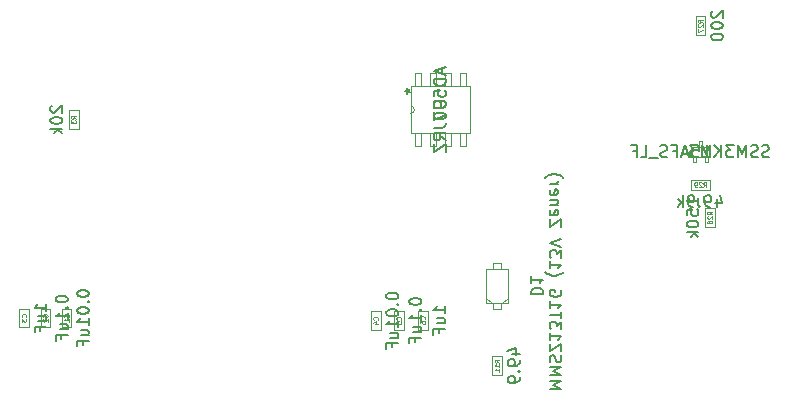
<source format=gbr>
%TF.GenerationSoftware,KiCad,Pcbnew,9.0.3*%
%TF.CreationDate,2025-09-16T13:04:12-04:00*%
%TF.ProjectId,CAEN_NEVIS_DAQ_12V,4341454e-5f4e-4455-9649-535f4441515f,rev?*%
%TF.SameCoordinates,Original*%
%TF.FileFunction,AssemblyDrawing,Bot*%
%FSLAX46Y46*%
G04 Gerber Fmt 4.6, Leading zero omitted, Abs format (unit mm)*
G04 Created by KiCad (PCBNEW 9.0.3) date 2025-09-16 13:04:12*
%MOMM*%
%LPD*%
G01*
G04 APERTURE LIST*
%ADD10C,0.150000*%
%ADD11C,0.060000*%
%ADD12C,0.025400*%
%ADD13C,0.100000*%
G04 APERTURE END LIST*
D10*
X193295180Y-103441429D02*
X194295180Y-103441429D01*
X194295180Y-103441429D02*
X193580895Y-103108096D01*
X193580895Y-103108096D02*
X194295180Y-102774763D01*
X194295180Y-102774763D02*
X193295180Y-102774763D01*
X193295180Y-102298572D02*
X194295180Y-102298572D01*
X194295180Y-102298572D02*
X193580895Y-101965239D01*
X193580895Y-101965239D02*
X194295180Y-101631906D01*
X194295180Y-101631906D02*
X193295180Y-101631906D01*
X193342800Y-101203334D02*
X193295180Y-101060477D01*
X193295180Y-101060477D02*
X193295180Y-100822382D01*
X193295180Y-100822382D02*
X193342800Y-100727144D01*
X193342800Y-100727144D02*
X193390419Y-100679525D01*
X193390419Y-100679525D02*
X193485657Y-100631906D01*
X193485657Y-100631906D02*
X193580895Y-100631906D01*
X193580895Y-100631906D02*
X193676133Y-100679525D01*
X193676133Y-100679525D02*
X193723752Y-100727144D01*
X193723752Y-100727144D02*
X193771371Y-100822382D01*
X193771371Y-100822382D02*
X193818990Y-101012858D01*
X193818990Y-101012858D02*
X193866609Y-101108096D01*
X193866609Y-101108096D02*
X193914228Y-101155715D01*
X193914228Y-101155715D02*
X194009466Y-101203334D01*
X194009466Y-101203334D02*
X194104704Y-101203334D01*
X194104704Y-101203334D02*
X194199942Y-101155715D01*
X194199942Y-101155715D02*
X194247561Y-101108096D01*
X194247561Y-101108096D02*
X194295180Y-101012858D01*
X194295180Y-101012858D02*
X194295180Y-100774763D01*
X194295180Y-100774763D02*
X194247561Y-100631906D01*
X194295180Y-100298572D02*
X194295180Y-99631906D01*
X194295180Y-99631906D02*
X193295180Y-100298572D01*
X193295180Y-100298572D02*
X193295180Y-99631906D01*
X193295180Y-98727144D02*
X193295180Y-99298572D01*
X193295180Y-99012858D02*
X194295180Y-99012858D01*
X194295180Y-99012858D02*
X194152323Y-99108096D01*
X194152323Y-99108096D02*
X194057085Y-99203334D01*
X194057085Y-99203334D02*
X194009466Y-99298572D01*
X194295180Y-98393810D02*
X194295180Y-97774763D01*
X194295180Y-97774763D02*
X193914228Y-98108096D01*
X193914228Y-98108096D02*
X193914228Y-97965239D01*
X193914228Y-97965239D02*
X193866609Y-97870001D01*
X193866609Y-97870001D02*
X193818990Y-97822382D01*
X193818990Y-97822382D02*
X193723752Y-97774763D01*
X193723752Y-97774763D02*
X193485657Y-97774763D01*
X193485657Y-97774763D02*
X193390419Y-97822382D01*
X193390419Y-97822382D02*
X193342800Y-97870001D01*
X193342800Y-97870001D02*
X193295180Y-97965239D01*
X193295180Y-97965239D02*
X193295180Y-98250953D01*
X193295180Y-98250953D02*
X193342800Y-98346191D01*
X193342800Y-98346191D02*
X193390419Y-98393810D01*
X194295180Y-97489048D02*
X194295180Y-96917620D01*
X193295180Y-97203334D02*
X194295180Y-97203334D01*
X193295180Y-96060477D02*
X193295180Y-96631905D01*
X193295180Y-96346191D02*
X194295180Y-96346191D01*
X194295180Y-96346191D02*
X194152323Y-96441429D01*
X194152323Y-96441429D02*
X194057085Y-96536667D01*
X194057085Y-96536667D02*
X194009466Y-96631905D01*
X194247561Y-95108096D02*
X194295180Y-95203334D01*
X194295180Y-95203334D02*
X194295180Y-95346191D01*
X194295180Y-95346191D02*
X194247561Y-95489048D01*
X194247561Y-95489048D02*
X194152323Y-95584286D01*
X194152323Y-95584286D02*
X194057085Y-95631905D01*
X194057085Y-95631905D02*
X193866609Y-95679524D01*
X193866609Y-95679524D02*
X193723752Y-95679524D01*
X193723752Y-95679524D02*
X193533276Y-95631905D01*
X193533276Y-95631905D02*
X193438038Y-95584286D01*
X193438038Y-95584286D02*
X193342800Y-95489048D01*
X193342800Y-95489048D02*
X193295180Y-95346191D01*
X193295180Y-95346191D02*
X193295180Y-95250953D01*
X193295180Y-95250953D02*
X193342800Y-95108096D01*
X193342800Y-95108096D02*
X193390419Y-95060477D01*
X193390419Y-95060477D02*
X193723752Y-95060477D01*
X193723752Y-95060477D02*
X193723752Y-95250953D01*
X192914228Y-93584286D02*
X192961847Y-93631905D01*
X192961847Y-93631905D02*
X193104704Y-93727143D01*
X193104704Y-93727143D02*
X193199942Y-93774762D01*
X193199942Y-93774762D02*
X193342800Y-93822381D01*
X193342800Y-93822381D02*
X193580895Y-93870000D01*
X193580895Y-93870000D02*
X193771371Y-93870000D01*
X193771371Y-93870000D02*
X194009466Y-93822381D01*
X194009466Y-93822381D02*
X194152323Y-93774762D01*
X194152323Y-93774762D02*
X194247561Y-93727143D01*
X194247561Y-93727143D02*
X194390419Y-93631905D01*
X194390419Y-93631905D02*
X194438038Y-93584286D01*
X193295180Y-92679524D02*
X193295180Y-93250952D01*
X193295180Y-92965238D02*
X194295180Y-92965238D01*
X194295180Y-92965238D02*
X194152323Y-93060476D01*
X194152323Y-93060476D02*
X194057085Y-93155714D01*
X194057085Y-93155714D02*
X194009466Y-93250952D01*
X194295180Y-92346190D02*
X194295180Y-91727143D01*
X194295180Y-91727143D02*
X193914228Y-92060476D01*
X193914228Y-92060476D02*
X193914228Y-91917619D01*
X193914228Y-91917619D02*
X193866609Y-91822381D01*
X193866609Y-91822381D02*
X193818990Y-91774762D01*
X193818990Y-91774762D02*
X193723752Y-91727143D01*
X193723752Y-91727143D02*
X193485657Y-91727143D01*
X193485657Y-91727143D02*
X193390419Y-91774762D01*
X193390419Y-91774762D02*
X193342800Y-91822381D01*
X193342800Y-91822381D02*
X193295180Y-91917619D01*
X193295180Y-91917619D02*
X193295180Y-92203333D01*
X193295180Y-92203333D02*
X193342800Y-92298571D01*
X193342800Y-92298571D02*
X193390419Y-92346190D01*
X194295180Y-91441428D02*
X193295180Y-91108095D01*
X193295180Y-91108095D02*
X194295180Y-90774762D01*
X194295180Y-89774761D02*
X194295180Y-89108095D01*
X194295180Y-89108095D02*
X193295180Y-89774761D01*
X193295180Y-89774761D02*
X193295180Y-89108095D01*
X193342800Y-88346190D02*
X193295180Y-88441428D01*
X193295180Y-88441428D02*
X193295180Y-88631904D01*
X193295180Y-88631904D02*
X193342800Y-88727142D01*
X193342800Y-88727142D02*
X193438038Y-88774761D01*
X193438038Y-88774761D02*
X193818990Y-88774761D01*
X193818990Y-88774761D02*
X193914228Y-88727142D01*
X193914228Y-88727142D02*
X193961847Y-88631904D01*
X193961847Y-88631904D02*
X193961847Y-88441428D01*
X193961847Y-88441428D02*
X193914228Y-88346190D01*
X193914228Y-88346190D02*
X193818990Y-88298571D01*
X193818990Y-88298571D02*
X193723752Y-88298571D01*
X193723752Y-88298571D02*
X193628514Y-88774761D01*
X193961847Y-87869999D02*
X193295180Y-87869999D01*
X193866609Y-87869999D02*
X193914228Y-87822380D01*
X193914228Y-87822380D02*
X193961847Y-87727142D01*
X193961847Y-87727142D02*
X193961847Y-87584285D01*
X193961847Y-87584285D02*
X193914228Y-87489047D01*
X193914228Y-87489047D02*
X193818990Y-87441428D01*
X193818990Y-87441428D02*
X193295180Y-87441428D01*
X193342800Y-86584285D02*
X193295180Y-86679523D01*
X193295180Y-86679523D02*
X193295180Y-86869999D01*
X193295180Y-86869999D02*
X193342800Y-86965237D01*
X193342800Y-86965237D02*
X193438038Y-87012856D01*
X193438038Y-87012856D02*
X193818990Y-87012856D01*
X193818990Y-87012856D02*
X193914228Y-86965237D01*
X193914228Y-86965237D02*
X193961847Y-86869999D01*
X193961847Y-86869999D02*
X193961847Y-86679523D01*
X193961847Y-86679523D02*
X193914228Y-86584285D01*
X193914228Y-86584285D02*
X193818990Y-86536666D01*
X193818990Y-86536666D02*
X193723752Y-86536666D01*
X193723752Y-86536666D02*
X193628514Y-87012856D01*
X193295180Y-86108094D02*
X193961847Y-86108094D01*
X193771371Y-86108094D02*
X193866609Y-86060475D01*
X193866609Y-86060475D02*
X193914228Y-86012856D01*
X193914228Y-86012856D02*
X193961847Y-85917618D01*
X193961847Y-85917618D02*
X193961847Y-85822380D01*
X192914228Y-85584284D02*
X192961847Y-85536665D01*
X192961847Y-85536665D02*
X193104704Y-85441427D01*
X193104704Y-85441427D02*
X193199942Y-85393808D01*
X193199942Y-85393808D02*
X193342800Y-85346189D01*
X193342800Y-85346189D02*
X193580895Y-85298570D01*
X193580895Y-85298570D02*
X193771371Y-85298570D01*
X193771371Y-85298570D02*
X194009466Y-85346189D01*
X194009466Y-85346189D02*
X194152323Y-85393808D01*
X194152323Y-85393808D02*
X194247561Y-85441427D01*
X194247561Y-85441427D02*
X194390419Y-85536665D01*
X194390419Y-85536665D02*
X194438038Y-85584284D01*
X191745180Y-95458094D02*
X192745180Y-95458094D01*
X192745180Y-95458094D02*
X192745180Y-95219999D01*
X192745180Y-95219999D02*
X192697561Y-95077142D01*
X192697561Y-95077142D02*
X192602323Y-94981904D01*
X192602323Y-94981904D02*
X192507085Y-94934285D01*
X192507085Y-94934285D02*
X192316609Y-94886666D01*
X192316609Y-94886666D02*
X192173752Y-94886666D01*
X192173752Y-94886666D02*
X191983276Y-94934285D01*
X191983276Y-94934285D02*
X191888038Y-94981904D01*
X191888038Y-94981904D02*
X191792800Y-95077142D01*
X191792800Y-95077142D02*
X191745180Y-95219999D01*
X191745180Y-95219999D02*
X191745180Y-95458094D01*
X191745180Y-93934285D02*
X191745180Y-94505713D01*
X191745180Y-94219999D02*
X192745180Y-94219999D01*
X192745180Y-94219999D02*
X192602323Y-94315237D01*
X192602323Y-94315237D02*
X192507085Y-94410475D01*
X192507085Y-94410475D02*
X192459466Y-94505713D01*
X151484819Y-95817143D02*
X151484819Y-95912381D01*
X151484819Y-95912381D02*
X151532438Y-96007619D01*
X151532438Y-96007619D02*
X151580057Y-96055238D01*
X151580057Y-96055238D02*
X151675295Y-96102857D01*
X151675295Y-96102857D02*
X151865771Y-96150476D01*
X151865771Y-96150476D02*
X152103866Y-96150476D01*
X152103866Y-96150476D02*
X152294342Y-96102857D01*
X152294342Y-96102857D02*
X152389580Y-96055238D01*
X152389580Y-96055238D02*
X152437200Y-96007619D01*
X152437200Y-96007619D02*
X152484819Y-95912381D01*
X152484819Y-95912381D02*
X152484819Y-95817143D01*
X152484819Y-95817143D02*
X152437200Y-95721905D01*
X152437200Y-95721905D02*
X152389580Y-95674286D01*
X152389580Y-95674286D02*
X152294342Y-95626667D01*
X152294342Y-95626667D02*
X152103866Y-95579048D01*
X152103866Y-95579048D02*
X151865771Y-95579048D01*
X151865771Y-95579048D02*
X151675295Y-95626667D01*
X151675295Y-95626667D02*
X151580057Y-95674286D01*
X151580057Y-95674286D02*
X151532438Y-95721905D01*
X151532438Y-95721905D02*
X151484819Y-95817143D01*
X152389580Y-96579048D02*
X152437200Y-96626667D01*
X152437200Y-96626667D02*
X152484819Y-96579048D01*
X152484819Y-96579048D02*
X152437200Y-96531429D01*
X152437200Y-96531429D02*
X152389580Y-96579048D01*
X152389580Y-96579048D02*
X152484819Y-96579048D01*
X152484819Y-97579047D02*
X152484819Y-97007619D01*
X152484819Y-97293333D02*
X151484819Y-97293333D01*
X151484819Y-97293333D02*
X151627676Y-97198095D01*
X151627676Y-97198095D02*
X151722914Y-97102857D01*
X151722914Y-97102857D02*
X151770533Y-97007619D01*
X151818152Y-98436190D02*
X152484819Y-98436190D01*
X151818152Y-98007619D02*
X152341961Y-98007619D01*
X152341961Y-98007619D02*
X152437200Y-98055238D01*
X152437200Y-98055238D02*
X152484819Y-98150476D01*
X152484819Y-98150476D02*
X152484819Y-98293333D01*
X152484819Y-98293333D02*
X152437200Y-98388571D01*
X152437200Y-98388571D02*
X152389580Y-98436190D01*
X151961009Y-99245714D02*
X151961009Y-98912381D01*
X152484819Y-98912381D02*
X151484819Y-98912381D01*
X151484819Y-98912381D02*
X151484819Y-99388571D01*
D11*
X150743832Y-97393333D02*
X150762880Y-97374285D01*
X150762880Y-97374285D02*
X150781927Y-97317143D01*
X150781927Y-97317143D02*
X150781927Y-97279047D01*
X150781927Y-97279047D02*
X150762880Y-97221904D01*
X150762880Y-97221904D02*
X150724784Y-97183809D01*
X150724784Y-97183809D02*
X150686689Y-97164762D01*
X150686689Y-97164762D02*
X150610499Y-97145714D01*
X150610499Y-97145714D02*
X150553356Y-97145714D01*
X150553356Y-97145714D02*
X150477165Y-97164762D01*
X150477165Y-97164762D02*
X150439070Y-97183809D01*
X150439070Y-97183809D02*
X150400975Y-97221904D01*
X150400975Y-97221904D02*
X150381927Y-97279047D01*
X150381927Y-97279047D02*
X150381927Y-97317143D01*
X150381927Y-97317143D02*
X150400975Y-97374285D01*
X150400975Y-97374285D02*
X150420022Y-97393333D01*
X150420022Y-97545714D02*
X150400975Y-97564762D01*
X150400975Y-97564762D02*
X150381927Y-97602857D01*
X150381927Y-97602857D02*
X150381927Y-97698095D01*
X150381927Y-97698095D02*
X150400975Y-97736190D01*
X150400975Y-97736190D02*
X150420022Y-97755238D01*
X150420022Y-97755238D02*
X150458118Y-97774285D01*
X150458118Y-97774285D02*
X150496213Y-97774285D01*
X150496213Y-97774285D02*
X150553356Y-97755238D01*
X150553356Y-97755238D02*
X150781927Y-97526666D01*
X150781927Y-97526666D02*
X150781927Y-97774285D01*
D10*
X207454761Y-87398152D02*
X207454761Y-88064819D01*
X207692856Y-87017200D02*
X207930951Y-87731485D01*
X207930951Y-87731485D02*
X207311904Y-87731485D01*
X206883332Y-88064819D02*
X206692856Y-88064819D01*
X206692856Y-88064819D02*
X206597618Y-88017200D01*
X206597618Y-88017200D02*
X206549999Y-87969580D01*
X206549999Y-87969580D02*
X206454761Y-87826723D01*
X206454761Y-87826723D02*
X206407142Y-87636247D01*
X206407142Y-87636247D02*
X206407142Y-87255295D01*
X206407142Y-87255295D02*
X206454761Y-87160057D01*
X206454761Y-87160057D02*
X206502380Y-87112438D01*
X206502380Y-87112438D02*
X206597618Y-87064819D01*
X206597618Y-87064819D02*
X206788094Y-87064819D01*
X206788094Y-87064819D02*
X206883332Y-87112438D01*
X206883332Y-87112438D02*
X206930951Y-87160057D01*
X206930951Y-87160057D02*
X206978570Y-87255295D01*
X206978570Y-87255295D02*
X206978570Y-87493390D01*
X206978570Y-87493390D02*
X206930951Y-87588628D01*
X206930951Y-87588628D02*
X206883332Y-87636247D01*
X206883332Y-87636247D02*
X206788094Y-87683866D01*
X206788094Y-87683866D02*
X206597618Y-87683866D01*
X206597618Y-87683866D02*
X206502380Y-87636247D01*
X206502380Y-87636247D02*
X206454761Y-87588628D01*
X206454761Y-87588628D02*
X206407142Y-87493390D01*
X205978570Y-87969580D02*
X205930951Y-88017200D01*
X205930951Y-88017200D02*
X205978570Y-88064819D01*
X205978570Y-88064819D02*
X206026189Y-88017200D01*
X206026189Y-88017200D02*
X205978570Y-87969580D01*
X205978570Y-87969580D02*
X205978570Y-88064819D01*
X205454761Y-88064819D02*
X205264285Y-88064819D01*
X205264285Y-88064819D02*
X205169047Y-88017200D01*
X205169047Y-88017200D02*
X205121428Y-87969580D01*
X205121428Y-87969580D02*
X205026190Y-87826723D01*
X205026190Y-87826723D02*
X204978571Y-87636247D01*
X204978571Y-87636247D02*
X204978571Y-87255295D01*
X204978571Y-87255295D02*
X205026190Y-87160057D01*
X205026190Y-87160057D02*
X205073809Y-87112438D01*
X205073809Y-87112438D02*
X205169047Y-87064819D01*
X205169047Y-87064819D02*
X205359523Y-87064819D01*
X205359523Y-87064819D02*
X205454761Y-87112438D01*
X205454761Y-87112438D02*
X205502380Y-87160057D01*
X205502380Y-87160057D02*
X205549999Y-87255295D01*
X205549999Y-87255295D02*
X205549999Y-87493390D01*
X205549999Y-87493390D02*
X205502380Y-87588628D01*
X205502380Y-87588628D02*
X205454761Y-87636247D01*
X205454761Y-87636247D02*
X205359523Y-87683866D01*
X205359523Y-87683866D02*
X205169047Y-87683866D01*
X205169047Y-87683866D02*
X205073809Y-87636247D01*
X205073809Y-87636247D02*
X205026190Y-87588628D01*
X205026190Y-87588628D02*
X204978571Y-87493390D01*
X204549999Y-88064819D02*
X204549999Y-87064819D01*
X204454761Y-87683866D02*
X204169047Y-88064819D01*
X204169047Y-87398152D02*
X204549999Y-87779104D01*
D11*
X206307142Y-86361927D02*
X206440475Y-86171451D01*
X206535713Y-86361927D02*
X206535713Y-85961927D01*
X206535713Y-85961927D02*
X206383332Y-85961927D01*
X206383332Y-85961927D02*
X206345237Y-85980975D01*
X206345237Y-85980975D02*
X206326190Y-86000022D01*
X206326190Y-86000022D02*
X206307142Y-86038118D01*
X206307142Y-86038118D02*
X206307142Y-86095260D01*
X206307142Y-86095260D02*
X206326190Y-86133356D01*
X206326190Y-86133356D02*
X206345237Y-86152403D01*
X206345237Y-86152403D02*
X206383332Y-86171451D01*
X206383332Y-86171451D02*
X206535713Y-86171451D01*
X206154761Y-86000022D02*
X206135713Y-85980975D01*
X206135713Y-85980975D02*
X206097618Y-85961927D01*
X206097618Y-85961927D02*
X206002380Y-85961927D01*
X206002380Y-85961927D02*
X205964285Y-85980975D01*
X205964285Y-85980975D02*
X205945237Y-86000022D01*
X205945237Y-86000022D02*
X205926190Y-86038118D01*
X205926190Y-86038118D02*
X205926190Y-86076213D01*
X205926190Y-86076213D02*
X205945237Y-86133356D01*
X205945237Y-86133356D02*
X206173809Y-86361927D01*
X206173809Y-86361927D02*
X205926190Y-86361927D01*
X205735714Y-86361927D02*
X205659523Y-86361927D01*
X205659523Y-86361927D02*
X205621428Y-86342880D01*
X205621428Y-86342880D02*
X205602380Y-86323832D01*
X205602380Y-86323832D02*
X205564285Y-86266689D01*
X205564285Y-86266689D02*
X205545238Y-86190499D01*
X205545238Y-86190499D02*
X205545238Y-86038118D01*
X205545238Y-86038118D02*
X205564285Y-86000022D01*
X205564285Y-86000022D02*
X205583333Y-85980975D01*
X205583333Y-85980975D02*
X205621428Y-85961927D01*
X205621428Y-85961927D02*
X205697619Y-85961927D01*
X205697619Y-85961927D02*
X205735714Y-85980975D01*
X205735714Y-85980975D02*
X205754761Y-86000022D01*
X205754761Y-86000022D02*
X205773809Y-86038118D01*
X205773809Y-86038118D02*
X205773809Y-86133356D01*
X205773809Y-86133356D02*
X205754761Y-86171451D01*
X205754761Y-86171451D02*
X205735714Y-86190499D01*
X205735714Y-86190499D02*
X205697619Y-86209546D01*
X205697619Y-86209546D02*
X205621428Y-86209546D01*
X205621428Y-86209546D02*
X205583333Y-86190499D01*
X205583333Y-86190499D02*
X205564285Y-86171451D01*
X205564285Y-86171451D02*
X205545238Y-86133356D01*
D10*
X151120057Y-79503333D02*
X151072438Y-79550952D01*
X151072438Y-79550952D02*
X151024819Y-79646190D01*
X151024819Y-79646190D02*
X151024819Y-79884285D01*
X151024819Y-79884285D02*
X151072438Y-79979523D01*
X151072438Y-79979523D02*
X151120057Y-80027142D01*
X151120057Y-80027142D02*
X151215295Y-80074761D01*
X151215295Y-80074761D02*
X151310533Y-80074761D01*
X151310533Y-80074761D02*
X151453390Y-80027142D01*
X151453390Y-80027142D02*
X152024819Y-79455714D01*
X152024819Y-79455714D02*
X152024819Y-80074761D01*
X151024819Y-80693809D02*
X151024819Y-80789047D01*
X151024819Y-80789047D02*
X151072438Y-80884285D01*
X151072438Y-80884285D02*
X151120057Y-80931904D01*
X151120057Y-80931904D02*
X151215295Y-80979523D01*
X151215295Y-80979523D02*
X151405771Y-81027142D01*
X151405771Y-81027142D02*
X151643866Y-81027142D01*
X151643866Y-81027142D02*
X151834342Y-80979523D01*
X151834342Y-80979523D02*
X151929580Y-80931904D01*
X151929580Y-80931904D02*
X151977200Y-80884285D01*
X151977200Y-80884285D02*
X152024819Y-80789047D01*
X152024819Y-80789047D02*
X152024819Y-80693809D01*
X152024819Y-80693809D02*
X151977200Y-80598571D01*
X151977200Y-80598571D02*
X151929580Y-80550952D01*
X151929580Y-80550952D02*
X151834342Y-80503333D01*
X151834342Y-80503333D02*
X151643866Y-80455714D01*
X151643866Y-80455714D02*
X151405771Y-80455714D01*
X151405771Y-80455714D02*
X151215295Y-80503333D01*
X151215295Y-80503333D02*
X151120057Y-80550952D01*
X151120057Y-80550952D02*
X151072438Y-80598571D01*
X151072438Y-80598571D02*
X151024819Y-80693809D01*
X152024819Y-81455714D02*
X151024819Y-81455714D01*
X151643866Y-81550952D02*
X152024819Y-81836666D01*
X151358152Y-81836666D02*
X151739104Y-81455714D01*
D11*
X153181927Y-80603333D02*
X152991451Y-80470000D01*
X153181927Y-80374762D02*
X152781927Y-80374762D01*
X152781927Y-80374762D02*
X152781927Y-80527143D01*
X152781927Y-80527143D02*
X152800975Y-80565238D01*
X152800975Y-80565238D02*
X152820022Y-80584285D01*
X152820022Y-80584285D02*
X152858118Y-80603333D01*
X152858118Y-80603333D02*
X152915260Y-80603333D01*
X152915260Y-80603333D02*
X152953356Y-80584285D01*
X152953356Y-80584285D02*
X152972403Y-80565238D01*
X152972403Y-80565238D02*
X152991451Y-80527143D01*
X152991451Y-80527143D02*
X152991451Y-80374762D01*
X152781927Y-80736666D02*
X152781927Y-80984285D01*
X152781927Y-80984285D02*
X152934308Y-80850952D01*
X152934308Y-80850952D02*
X152934308Y-80908095D01*
X152934308Y-80908095D02*
X152953356Y-80946190D01*
X152953356Y-80946190D02*
X152972403Y-80965238D01*
X152972403Y-80965238D02*
X153010499Y-80984285D01*
X153010499Y-80984285D02*
X153105737Y-80984285D01*
X153105737Y-80984285D02*
X153143832Y-80965238D01*
X153143832Y-80965238D02*
X153162880Y-80946190D01*
X153162880Y-80946190D02*
X153181927Y-80908095D01*
X153181927Y-80908095D02*
X153181927Y-80793809D01*
X153181927Y-80793809D02*
X153162880Y-80755714D01*
X153162880Y-80755714D02*
X153143832Y-80736666D01*
D10*
X181414819Y-96027143D02*
X181414819Y-96122381D01*
X181414819Y-96122381D02*
X181462438Y-96217619D01*
X181462438Y-96217619D02*
X181510057Y-96265238D01*
X181510057Y-96265238D02*
X181605295Y-96312857D01*
X181605295Y-96312857D02*
X181795771Y-96360476D01*
X181795771Y-96360476D02*
X182033866Y-96360476D01*
X182033866Y-96360476D02*
X182224342Y-96312857D01*
X182224342Y-96312857D02*
X182319580Y-96265238D01*
X182319580Y-96265238D02*
X182367200Y-96217619D01*
X182367200Y-96217619D02*
X182414819Y-96122381D01*
X182414819Y-96122381D02*
X182414819Y-96027143D01*
X182414819Y-96027143D02*
X182367200Y-95931905D01*
X182367200Y-95931905D02*
X182319580Y-95884286D01*
X182319580Y-95884286D02*
X182224342Y-95836667D01*
X182224342Y-95836667D02*
X182033866Y-95789048D01*
X182033866Y-95789048D02*
X181795771Y-95789048D01*
X181795771Y-95789048D02*
X181605295Y-95836667D01*
X181605295Y-95836667D02*
X181510057Y-95884286D01*
X181510057Y-95884286D02*
X181462438Y-95931905D01*
X181462438Y-95931905D02*
X181414819Y-96027143D01*
X182319580Y-96789048D02*
X182367200Y-96836667D01*
X182367200Y-96836667D02*
X182414819Y-96789048D01*
X182414819Y-96789048D02*
X182367200Y-96741429D01*
X182367200Y-96741429D02*
X182319580Y-96789048D01*
X182319580Y-96789048D02*
X182414819Y-96789048D01*
X182414819Y-97789047D02*
X182414819Y-97217619D01*
X182414819Y-97503333D02*
X181414819Y-97503333D01*
X181414819Y-97503333D02*
X181557676Y-97408095D01*
X181557676Y-97408095D02*
X181652914Y-97312857D01*
X181652914Y-97312857D02*
X181700533Y-97217619D01*
X181748152Y-98646190D02*
X182414819Y-98646190D01*
X181748152Y-98217619D02*
X182271961Y-98217619D01*
X182271961Y-98217619D02*
X182367200Y-98265238D01*
X182367200Y-98265238D02*
X182414819Y-98360476D01*
X182414819Y-98360476D02*
X182414819Y-98503333D01*
X182414819Y-98503333D02*
X182367200Y-98598571D01*
X182367200Y-98598571D02*
X182319580Y-98646190D01*
X181891009Y-99455714D02*
X181891009Y-99122381D01*
X182414819Y-99122381D02*
X181414819Y-99122381D01*
X181414819Y-99122381D02*
X181414819Y-99598571D01*
D11*
X180673832Y-97603333D02*
X180692880Y-97584285D01*
X180692880Y-97584285D02*
X180711927Y-97527143D01*
X180711927Y-97527143D02*
X180711927Y-97489047D01*
X180711927Y-97489047D02*
X180692880Y-97431904D01*
X180692880Y-97431904D02*
X180654784Y-97393809D01*
X180654784Y-97393809D02*
X180616689Y-97374762D01*
X180616689Y-97374762D02*
X180540499Y-97355714D01*
X180540499Y-97355714D02*
X180483356Y-97355714D01*
X180483356Y-97355714D02*
X180407165Y-97374762D01*
X180407165Y-97374762D02*
X180369070Y-97393809D01*
X180369070Y-97393809D02*
X180330975Y-97431904D01*
X180330975Y-97431904D02*
X180311927Y-97489047D01*
X180311927Y-97489047D02*
X180311927Y-97527143D01*
X180311927Y-97527143D02*
X180330975Y-97584285D01*
X180330975Y-97584285D02*
X180350022Y-97603333D01*
X180311927Y-97965238D02*
X180311927Y-97774762D01*
X180311927Y-97774762D02*
X180502403Y-97755714D01*
X180502403Y-97755714D02*
X180483356Y-97774762D01*
X180483356Y-97774762D02*
X180464308Y-97812857D01*
X180464308Y-97812857D02*
X180464308Y-97908095D01*
X180464308Y-97908095D02*
X180483356Y-97946190D01*
X180483356Y-97946190D02*
X180502403Y-97965238D01*
X180502403Y-97965238D02*
X180540499Y-97984285D01*
X180540499Y-97984285D02*
X180635737Y-97984285D01*
X180635737Y-97984285D02*
X180673832Y-97965238D01*
X180673832Y-97965238D02*
X180692880Y-97946190D01*
X180692880Y-97946190D02*
X180711927Y-97908095D01*
X180711927Y-97908095D02*
X180711927Y-97812857D01*
X180711927Y-97812857D02*
X180692880Y-97774762D01*
X180692880Y-97774762D02*
X180673832Y-97755714D01*
D10*
X184209104Y-76316190D02*
X184209104Y-76792380D01*
X184494819Y-76220952D02*
X183494819Y-76554285D01*
X183494819Y-76554285D02*
X184494819Y-76887618D01*
X184494819Y-77220952D02*
X183494819Y-77220952D01*
X183494819Y-77220952D02*
X183494819Y-77459047D01*
X183494819Y-77459047D02*
X183542438Y-77601904D01*
X183542438Y-77601904D02*
X183637676Y-77697142D01*
X183637676Y-77697142D02*
X183732914Y-77744761D01*
X183732914Y-77744761D02*
X183923390Y-77792380D01*
X183923390Y-77792380D02*
X184066247Y-77792380D01*
X184066247Y-77792380D02*
X184256723Y-77744761D01*
X184256723Y-77744761D02*
X184351961Y-77697142D01*
X184351961Y-77697142D02*
X184447200Y-77601904D01*
X184447200Y-77601904D02*
X184494819Y-77459047D01*
X184494819Y-77459047D02*
X184494819Y-77220952D01*
X183494819Y-78697142D02*
X183494819Y-78220952D01*
X183494819Y-78220952D02*
X183971009Y-78173333D01*
X183971009Y-78173333D02*
X183923390Y-78220952D01*
X183923390Y-78220952D02*
X183875771Y-78316190D01*
X183875771Y-78316190D02*
X183875771Y-78554285D01*
X183875771Y-78554285D02*
X183923390Y-78649523D01*
X183923390Y-78649523D02*
X183971009Y-78697142D01*
X183971009Y-78697142D02*
X184066247Y-78744761D01*
X184066247Y-78744761D02*
X184304342Y-78744761D01*
X184304342Y-78744761D02*
X184399580Y-78697142D01*
X184399580Y-78697142D02*
X184447200Y-78649523D01*
X184447200Y-78649523D02*
X184494819Y-78554285D01*
X184494819Y-78554285D02*
X184494819Y-78316190D01*
X184494819Y-78316190D02*
X184447200Y-78220952D01*
X184447200Y-78220952D02*
X184399580Y-78173333D01*
X184494819Y-79220952D02*
X184494819Y-79411428D01*
X184494819Y-79411428D02*
X184447200Y-79506666D01*
X184447200Y-79506666D02*
X184399580Y-79554285D01*
X184399580Y-79554285D02*
X184256723Y-79649523D01*
X184256723Y-79649523D02*
X184066247Y-79697142D01*
X184066247Y-79697142D02*
X183685295Y-79697142D01*
X183685295Y-79697142D02*
X183590057Y-79649523D01*
X183590057Y-79649523D02*
X183542438Y-79601904D01*
X183542438Y-79601904D02*
X183494819Y-79506666D01*
X183494819Y-79506666D02*
X183494819Y-79316190D01*
X183494819Y-79316190D02*
X183542438Y-79220952D01*
X183542438Y-79220952D02*
X183590057Y-79173333D01*
X183590057Y-79173333D02*
X183685295Y-79125714D01*
X183685295Y-79125714D02*
X183923390Y-79125714D01*
X183923390Y-79125714D02*
X184018628Y-79173333D01*
X184018628Y-79173333D02*
X184066247Y-79220952D01*
X184066247Y-79220952D02*
X184113866Y-79316190D01*
X184113866Y-79316190D02*
X184113866Y-79506666D01*
X184113866Y-79506666D02*
X184066247Y-79601904D01*
X184066247Y-79601904D02*
X184018628Y-79649523D01*
X184018628Y-79649523D02*
X183923390Y-79697142D01*
X183494819Y-80316190D02*
X183494819Y-80411428D01*
X183494819Y-80411428D02*
X183542438Y-80506666D01*
X183542438Y-80506666D02*
X183590057Y-80554285D01*
X183590057Y-80554285D02*
X183685295Y-80601904D01*
X183685295Y-80601904D02*
X183875771Y-80649523D01*
X183875771Y-80649523D02*
X184113866Y-80649523D01*
X184113866Y-80649523D02*
X184304342Y-80601904D01*
X184304342Y-80601904D02*
X184399580Y-80554285D01*
X184399580Y-80554285D02*
X184447200Y-80506666D01*
X184447200Y-80506666D02*
X184494819Y-80411428D01*
X184494819Y-80411428D02*
X184494819Y-80316190D01*
X184494819Y-80316190D02*
X184447200Y-80220952D01*
X184447200Y-80220952D02*
X184399580Y-80173333D01*
X184399580Y-80173333D02*
X184304342Y-80125714D01*
X184304342Y-80125714D02*
X184113866Y-80078095D01*
X184113866Y-80078095D02*
X183875771Y-80078095D01*
X183875771Y-80078095D02*
X183685295Y-80125714D01*
X183685295Y-80125714D02*
X183590057Y-80173333D01*
X183590057Y-80173333D02*
X183542438Y-80220952D01*
X183542438Y-80220952D02*
X183494819Y-80316190D01*
X183494819Y-81363809D02*
X184209104Y-81363809D01*
X184209104Y-81363809D02*
X184351961Y-81316190D01*
X184351961Y-81316190D02*
X184447200Y-81220952D01*
X184447200Y-81220952D02*
X184494819Y-81078095D01*
X184494819Y-81078095D02*
X184494819Y-80982857D01*
X184494819Y-82411428D02*
X184018628Y-82078095D01*
X184494819Y-81840000D02*
X183494819Y-81840000D01*
X183494819Y-81840000D02*
X183494819Y-82220952D01*
X183494819Y-82220952D02*
X183542438Y-82316190D01*
X183542438Y-82316190D02*
X183590057Y-82363809D01*
X183590057Y-82363809D02*
X183685295Y-82411428D01*
X183685295Y-82411428D02*
X183828152Y-82411428D01*
X183828152Y-82411428D02*
X183923390Y-82363809D01*
X183923390Y-82363809D02*
X183971009Y-82316190D01*
X183971009Y-82316190D02*
X184018628Y-82220952D01*
X184018628Y-82220952D02*
X184018628Y-81840000D01*
X183494819Y-82744762D02*
X183494819Y-83411428D01*
X183494819Y-83411428D02*
X184494819Y-82744762D01*
X184494819Y-82744762D02*
X184494819Y-83411428D01*
X181069119Y-78227100D02*
X181307214Y-78227100D01*
X181211976Y-77989005D02*
X181307214Y-78227100D01*
X181307214Y-78227100D02*
X181211976Y-78465195D01*
X181497690Y-78084243D02*
X181307214Y-78227100D01*
X181307214Y-78227100D02*
X181497690Y-78369957D01*
X183494819Y-79078095D02*
X184304342Y-79078095D01*
X184304342Y-79078095D02*
X184399580Y-79125714D01*
X184399580Y-79125714D02*
X184447200Y-79173333D01*
X184447200Y-79173333D02*
X184494819Y-79268571D01*
X184494819Y-79268571D02*
X184494819Y-79459047D01*
X184494819Y-79459047D02*
X184447200Y-79554285D01*
X184447200Y-79554285D02*
X184399580Y-79601904D01*
X184399580Y-79601904D02*
X184304342Y-79649523D01*
X184304342Y-79649523D02*
X183494819Y-79649523D01*
X183494819Y-80030476D02*
X183494819Y-80697142D01*
X183494819Y-80697142D02*
X184494819Y-80268571D01*
X181069119Y-78227100D02*
X181307214Y-78227100D01*
X181211976Y-77989005D02*
X181307214Y-78227100D01*
X181307214Y-78227100D02*
X181211976Y-78465195D01*
X181497690Y-78084243D02*
X181307214Y-78227100D01*
X181307214Y-78227100D02*
X181497690Y-78369957D01*
X190078152Y-100490000D02*
X190744819Y-100490000D01*
X189697200Y-100251905D02*
X190411485Y-100013810D01*
X190411485Y-100013810D02*
X190411485Y-100632857D01*
X190744819Y-101061429D02*
X190744819Y-101251905D01*
X190744819Y-101251905D02*
X190697200Y-101347143D01*
X190697200Y-101347143D02*
X190649580Y-101394762D01*
X190649580Y-101394762D02*
X190506723Y-101490000D01*
X190506723Y-101490000D02*
X190316247Y-101537619D01*
X190316247Y-101537619D02*
X189935295Y-101537619D01*
X189935295Y-101537619D02*
X189840057Y-101490000D01*
X189840057Y-101490000D02*
X189792438Y-101442381D01*
X189792438Y-101442381D02*
X189744819Y-101347143D01*
X189744819Y-101347143D02*
X189744819Y-101156667D01*
X189744819Y-101156667D02*
X189792438Y-101061429D01*
X189792438Y-101061429D02*
X189840057Y-101013810D01*
X189840057Y-101013810D02*
X189935295Y-100966191D01*
X189935295Y-100966191D02*
X190173390Y-100966191D01*
X190173390Y-100966191D02*
X190268628Y-101013810D01*
X190268628Y-101013810D02*
X190316247Y-101061429D01*
X190316247Y-101061429D02*
X190363866Y-101156667D01*
X190363866Y-101156667D02*
X190363866Y-101347143D01*
X190363866Y-101347143D02*
X190316247Y-101442381D01*
X190316247Y-101442381D02*
X190268628Y-101490000D01*
X190268628Y-101490000D02*
X190173390Y-101537619D01*
X190649580Y-101966191D02*
X190697200Y-102013810D01*
X190697200Y-102013810D02*
X190744819Y-101966191D01*
X190744819Y-101966191D02*
X190697200Y-101918572D01*
X190697200Y-101918572D02*
X190649580Y-101966191D01*
X190649580Y-101966191D02*
X190744819Y-101966191D01*
X190744819Y-102490000D02*
X190744819Y-102680476D01*
X190744819Y-102680476D02*
X190697200Y-102775714D01*
X190697200Y-102775714D02*
X190649580Y-102823333D01*
X190649580Y-102823333D02*
X190506723Y-102918571D01*
X190506723Y-102918571D02*
X190316247Y-102966190D01*
X190316247Y-102966190D02*
X189935295Y-102966190D01*
X189935295Y-102966190D02*
X189840057Y-102918571D01*
X189840057Y-102918571D02*
X189792438Y-102870952D01*
X189792438Y-102870952D02*
X189744819Y-102775714D01*
X189744819Y-102775714D02*
X189744819Y-102585238D01*
X189744819Y-102585238D02*
X189792438Y-102490000D01*
X189792438Y-102490000D02*
X189840057Y-102442381D01*
X189840057Y-102442381D02*
X189935295Y-102394762D01*
X189935295Y-102394762D02*
X190173390Y-102394762D01*
X190173390Y-102394762D02*
X190268628Y-102442381D01*
X190268628Y-102442381D02*
X190316247Y-102490000D01*
X190316247Y-102490000D02*
X190363866Y-102585238D01*
X190363866Y-102585238D02*
X190363866Y-102775714D01*
X190363866Y-102775714D02*
X190316247Y-102870952D01*
X190316247Y-102870952D02*
X190268628Y-102918571D01*
X190268628Y-102918571D02*
X190173390Y-102966190D01*
D11*
X189041927Y-101232857D02*
X188851451Y-101099524D01*
X189041927Y-101004286D02*
X188641927Y-101004286D01*
X188641927Y-101004286D02*
X188641927Y-101156667D01*
X188641927Y-101156667D02*
X188660975Y-101194762D01*
X188660975Y-101194762D02*
X188680022Y-101213809D01*
X188680022Y-101213809D02*
X188718118Y-101232857D01*
X188718118Y-101232857D02*
X188775260Y-101232857D01*
X188775260Y-101232857D02*
X188813356Y-101213809D01*
X188813356Y-101213809D02*
X188832403Y-101194762D01*
X188832403Y-101194762D02*
X188851451Y-101156667D01*
X188851451Y-101156667D02*
X188851451Y-101004286D01*
X189041927Y-101613809D02*
X189041927Y-101385238D01*
X189041927Y-101499524D02*
X188641927Y-101499524D01*
X188641927Y-101499524D02*
X188699070Y-101461428D01*
X188699070Y-101461428D02*
X188737165Y-101423333D01*
X188737165Y-101423333D02*
X188756213Y-101385238D01*
X189041927Y-101994761D02*
X189041927Y-101766190D01*
X189041927Y-101880476D02*
X188641927Y-101880476D01*
X188641927Y-101880476D02*
X188699070Y-101842380D01*
X188699070Y-101842380D02*
X188737165Y-101804285D01*
X188737165Y-101804285D02*
X188756213Y-101766190D01*
D10*
X207050057Y-71471905D02*
X207002438Y-71519524D01*
X207002438Y-71519524D02*
X206954819Y-71614762D01*
X206954819Y-71614762D02*
X206954819Y-71852857D01*
X206954819Y-71852857D02*
X207002438Y-71948095D01*
X207002438Y-71948095D02*
X207050057Y-71995714D01*
X207050057Y-71995714D02*
X207145295Y-72043333D01*
X207145295Y-72043333D02*
X207240533Y-72043333D01*
X207240533Y-72043333D02*
X207383390Y-71995714D01*
X207383390Y-71995714D02*
X207954819Y-71424286D01*
X207954819Y-71424286D02*
X207954819Y-72043333D01*
X206954819Y-72662381D02*
X206954819Y-72757619D01*
X206954819Y-72757619D02*
X207002438Y-72852857D01*
X207002438Y-72852857D02*
X207050057Y-72900476D01*
X207050057Y-72900476D02*
X207145295Y-72948095D01*
X207145295Y-72948095D02*
X207335771Y-72995714D01*
X207335771Y-72995714D02*
X207573866Y-72995714D01*
X207573866Y-72995714D02*
X207764342Y-72948095D01*
X207764342Y-72948095D02*
X207859580Y-72900476D01*
X207859580Y-72900476D02*
X207907200Y-72852857D01*
X207907200Y-72852857D02*
X207954819Y-72757619D01*
X207954819Y-72757619D02*
X207954819Y-72662381D01*
X207954819Y-72662381D02*
X207907200Y-72567143D01*
X207907200Y-72567143D02*
X207859580Y-72519524D01*
X207859580Y-72519524D02*
X207764342Y-72471905D01*
X207764342Y-72471905D02*
X207573866Y-72424286D01*
X207573866Y-72424286D02*
X207335771Y-72424286D01*
X207335771Y-72424286D02*
X207145295Y-72471905D01*
X207145295Y-72471905D02*
X207050057Y-72519524D01*
X207050057Y-72519524D02*
X207002438Y-72567143D01*
X207002438Y-72567143D02*
X206954819Y-72662381D01*
X206954819Y-73614762D02*
X206954819Y-73710000D01*
X206954819Y-73710000D02*
X207002438Y-73805238D01*
X207002438Y-73805238D02*
X207050057Y-73852857D01*
X207050057Y-73852857D02*
X207145295Y-73900476D01*
X207145295Y-73900476D02*
X207335771Y-73948095D01*
X207335771Y-73948095D02*
X207573866Y-73948095D01*
X207573866Y-73948095D02*
X207764342Y-73900476D01*
X207764342Y-73900476D02*
X207859580Y-73852857D01*
X207859580Y-73852857D02*
X207907200Y-73805238D01*
X207907200Y-73805238D02*
X207954819Y-73710000D01*
X207954819Y-73710000D02*
X207954819Y-73614762D01*
X207954819Y-73614762D02*
X207907200Y-73519524D01*
X207907200Y-73519524D02*
X207859580Y-73471905D01*
X207859580Y-73471905D02*
X207764342Y-73424286D01*
X207764342Y-73424286D02*
X207573866Y-73376667D01*
X207573866Y-73376667D02*
X207335771Y-73376667D01*
X207335771Y-73376667D02*
X207145295Y-73424286D01*
X207145295Y-73424286D02*
X207050057Y-73471905D01*
X207050057Y-73471905D02*
X207002438Y-73519524D01*
X207002438Y-73519524D02*
X206954819Y-73614762D01*
D11*
X206251927Y-72452857D02*
X206061451Y-72319524D01*
X206251927Y-72224286D02*
X205851927Y-72224286D01*
X205851927Y-72224286D02*
X205851927Y-72376667D01*
X205851927Y-72376667D02*
X205870975Y-72414762D01*
X205870975Y-72414762D02*
X205890022Y-72433809D01*
X205890022Y-72433809D02*
X205928118Y-72452857D01*
X205928118Y-72452857D02*
X205985260Y-72452857D01*
X205985260Y-72452857D02*
X206023356Y-72433809D01*
X206023356Y-72433809D02*
X206042403Y-72414762D01*
X206042403Y-72414762D02*
X206061451Y-72376667D01*
X206061451Y-72376667D02*
X206061451Y-72224286D01*
X205890022Y-72605238D02*
X205870975Y-72624286D01*
X205870975Y-72624286D02*
X205851927Y-72662381D01*
X205851927Y-72662381D02*
X205851927Y-72757619D01*
X205851927Y-72757619D02*
X205870975Y-72795714D01*
X205870975Y-72795714D02*
X205890022Y-72814762D01*
X205890022Y-72814762D02*
X205928118Y-72833809D01*
X205928118Y-72833809D02*
X205966213Y-72833809D01*
X205966213Y-72833809D02*
X206023356Y-72814762D01*
X206023356Y-72814762D02*
X206251927Y-72586190D01*
X206251927Y-72586190D02*
X206251927Y-72833809D01*
X205851927Y-72967142D02*
X205851927Y-73233809D01*
X205851927Y-73233809D02*
X206251927Y-73062380D01*
D10*
X205894819Y-87878571D02*
X205894819Y-87307143D01*
X205894819Y-87592857D02*
X204894819Y-87592857D01*
X204894819Y-87592857D02*
X205037676Y-87497619D01*
X205037676Y-87497619D02*
X205132914Y-87402381D01*
X205132914Y-87402381D02*
X205180533Y-87307143D01*
X204894819Y-88783333D02*
X204894819Y-88307143D01*
X204894819Y-88307143D02*
X205371009Y-88259524D01*
X205371009Y-88259524D02*
X205323390Y-88307143D01*
X205323390Y-88307143D02*
X205275771Y-88402381D01*
X205275771Y-88402381D02*
X205275771Y-88640476D01*
X205275771Y-88640476D02*
X205323390Y-88735714D01*
X205323390Y-88735714D02*
X205371009Y-88783333D01*
X205371009Y-88783333D02*
X205466247Y-88830952D01*
X205466247Y-88830952D02*
X205704342Y-88830952D01*
X205704342Y-88830952D02*
X205799580Y-88783333D01*
X205799580Y-88783333D02*
X205847200Y-88735714D01*
X205847200Y-88735714D02*
X205894819Y-88640476D01*
X205894819Y-88640476D02*
X205894819Y-88402381D01*
X205894819Y-88402381D02*
X205847200Y-88307143D01*
X205847200Y-88307143D02*
X205799580Y-88259524D01*
X204894819Y-89450000D02*
X204894819Y-89545238D01*
X204894819Y-89545238D02*
X204942438Y-89640476D01*
X204942438Y-89640476D02*
X204990057Y-89688095D01*
X204990057Y-89688095D02*
X205085295Y-89735714D01*
X205085295Y-89735714D02*
X205275771Y-89783333D01*
X205275771Y-89783333D02*
X205513866Y-89783333D01*
X205513866Y-89783333D02*
X205704342Y-89735714D01*
X205704342Y-89735714D02*
X205799580Y-89688095D01*
X205799580Y-89688095D02*
X205847200Y-89640476D01*
X205847200Y-89640476D02*
X205894819Y-89545238D01*
X205894819Y-89545238D02*
X205894819Y-89450000D01*
X205894819Y-89450000D02*
X205847200Y-89354762D01*
X205847200Y-89354762D02*
X205799580Y-89307143D01*
X205799580Y-89307143D02*
X205704342Y-89259524D01*
X205704342Y-89259524D02*
X205513866Y-89211905D01*
X205513866Y-89211905D02*
X205275771Y-89211905D01*
X205275771Y-89211905D02*
X205085295Y-89259524D01*
X205085295Y-89259524D02*
X204990057Y-89307143D01*
X204990057Y-89307143D02*
X204942438Y-89354762D01*
X204942438Y-89354762D02*
X204894819Y-89450000D01*
X205894819Y-90211905D02*
X204894819Y-90211905D01*
X205513866Y-90307143D02*
X205894819Y-90592857D01*
X205228152Y-90592857D02*
X205609104Y-90211905D01*
D11*
X207051927Y-88692857D02*
X206861451Y-88559524D01*
X207051927Y-88464286D02*
X206651927Y-88464286D01*
X206651927Y-88464286D02*
X206651927Y-88616667D01*
X206651927Y-88616667D02*
X206670975Y-88654762D01*
X206670975Y-88654762D02*
X206690022Y-88673809D01*
X206690022Y-88673809D02*
X206728118Y-88692857D01*
X206728118Y-88692857D02*
X206785260Y-88692857D01*
X206785260Y-88692857D02*
X206823356Y-88673809D01*
X206823356Y-88673809D02*
X206842403Y-88654762D01*
X206842403Y-88654762D02*
X206861451Y-88616667D01*
X206861451Y-88616667D02*
X206861451Y-88464286D01*
X206690022Y-88845238D02*
X206670975Y-88864286D01*
X206670975Y-88864286D02*
X206651927Y-88902381D01*
X206651927Y-88902381D02*
X206651927Y-88997619D01*
X206651927Y-88997619D02*
X206670975Y-89035714D01*
X206670975Y-89035714D02*
X206690022Y-89054762D01*
X206690022Y-89054762D02*
X206728118Y-89073809D01*
X206728118Y-89073809D02*
X206766213Y-89073809D01*
X206766213Y-89073809D02*
X206823356Y-89054762D01*
X206823356Y-89054762D02*
X207051927Y-88826190D01*
X207051927Y-88826190D02*
X207051927Y-89073809D01*
X206823356Y-89302380D02*
X206804308Y-89264285D01*
X206804308Y-89264285D02*
X206785260Y-89245238D01*
X206785260Y-89245238D02*
X206747165Y-89226190D01*
X206747165Y-89226190D02*
X206728118Y-89226190D01*
X206728118Y-89226190D02*
X206690022Y-89245238D01*
X206690022Y-89245238D02*
X206670975Y-89264285D01*
X206670975Y-89264285D02*
X206651927Y-89302380D01*
X206651927Y-89302380D02*
X206651927Y-89378571D01*
X206651927Y-89378571D02*
X206670975Y-89416666D01*
X206670975Y-89416666D02*
X206690022Y-89435714D01*
X206690022Y-89435714D02*
X206728118Y-89454761D01*
X206728118Y-89454761D02*
X206747165Y-89454761D01*
X206747165Y-89454761D02*
X206785260Y-89435714D01*
X206785260Y-89435714D02*
X206804308Y-89416666D01*
X206804308Y-89416666D02*
X206823356Y-89378571D01*
X206823356Y-89378571D02*
X206823356Y-89302380D01*
X206823356Y-89302380D02*
X206842403Y-89264285D01*
X206842403Y-89264285D02*
X206861451Y-89245238D01*
X206861451Y-89245238D02*
X206899546Y-89226190D01*
X206899546Y-89226190D02*
X206975737Y-89226190D01*
X206975737Y-89226190D02*
X207013832Y-89245238D01*
X207013832Y-89245238D02*
X207032880Y-89264285D01*
X207032880Y-89264285D02*
X207051927Y-89302380D01*
X207051927Y-89302380D02*
X207051927Y-89378571D01*
X207051927Y-89378571D02*
X207032880Y-89416666D01*
X207032880Y-89416666D02*
X207013832Y-89435714D01*
X207013832Y-89435714D02*
X206975737Y-89454761D01*
X206975737Y-89454761D02*
X206899546Y-89454761D01*
X206899546Y-89454761D02*
X206861451Y-89435714D01*
X206861451Y-89435714D02*
X206842403Y-89416666D01*
X206842403Y-89416666D02*
X206823356Y-89378571D01*
D10*
X153284819Y-95340952D02*
X153284819Y-95436190D01*
X153284819Y-95436190D02*
X153332438Y-95531428D01*
X153332438Y-95531428D02*
X153380057Y-95579047D01*
X153380057Y-95579047D02*
X153475295Y-95626666D01*
X153475295Y-95626666D02*
X153665771Y-95674285D01*
X153665771Y-95674285D02*
X153903866Y-95674285D01*
X153903866Y-95674285D02*
X154094342Y-95626666D01*
X154094342Y-95626666D02*
X154189580Y-95579047D01*
X154189580Y-95579047D02*
X154237200Y-95531428D01*
X154237200Y-95531428D02*
X154284819Y-95436190D01*
X154284819Y-95436190D02*
X154284819Y-95340952D01*
X154284819Y-95340952D02*
X154237200Y-95245714D01*
X154237200Y-95245714D02*
X154189580Y-95198095D01*
X154189580Y-95198095D02*
X154094342Y-95150476D01*
X154094342Y-95150476D02*
X153903866Y-95102857D01*
X153903866Y-95102857D02*
X153665771Y-95102857D01*
X153665771Y-95102857D02*
X153475295Y-95150476D01*
X153475295Y-95150476D02*
X153380057Y-95198095D01*
X153380057Y-95198095D02*
X153332438Y-95245714D01*
X153332438Y-95245714D02*
X153284819Y-95340952D01*
X154189580Y-96102857D02*
X154237200Y-96150476D01*
X154237200Y-96150476D02*
X154284819Y-96102857D01*
X154284819Y-96102857D02*
X154237200Y-96055238D01*
X154237200Y-96055238D02*
X154189580Y-96102857D01*
X154189580Y-96102857D02*
X154284819Y-96102857D01*
X153284819Y-96769523D02*
X153284819Y-96864761D01*
X153284819Y-96864761D02*
X153332438Y-96959999D01*
X153332438Y-96959999D02*
X153380057Y-97007618D01*
X153380057Y-97007618D02*
X153475295Y-97055237D01*
X153475295Y-97055237D02*
X153665771Y-97102856D01*
X153665771Y-97102856D02*
X153903866Y-97102856D01*
X153903866Y-97102856D02*
X154094342Y-97055237D01*
X154094342Y-97055237D02*
X154189580Y-97007618D01*
X154189580Y-97007618D02*
X154237200Y-96959999D01*
X154237200Y-96959999D02*
X154284819Y-96864761D01*
X154284819Y-96864761D02*
X154284819Y-96769523D01*
X154284819Y-96769523D02*
X154237200Y-96674285D01*
X154237200Y-96674285D02*
X154189580Y-96626666D01*
X154189580Y-96626666D02*
X154094342Y-96579047D01*
X154094342Y-96579047D02*
X153903866Y-96531428D01*
X153903866Y-96531428D02*
X153665771Y-96531428D01*
X153665771Y-96531428D02*
X153475295Y-96579047D01*
X153475295Y-96579047D02*
X153380057Y-96626666D01*
X153380057Y-96626666D02*
X153332438Y-96674285D01*
X153332438Y-96674285D02*
X153284819Y-96769523D01*
X154284819Y-98055237D02*
X154284819Y-97483809D01*
X154284819Y-97769523D02*
X153284819Y-97769523D01*
X153284819Y-97769523D02*
X153427676Y-97674285D01*
X153427676Y-97674285D02*
X153522914Y-97579047D01*
X153522914Y-97579047D02*
X153570533Y-97483809D01*
X153618152Y-98912380D02*
X154284819Y-98912380D01*
X153618152Y-98483809D02*
X154141961Y-98483809D01*
X154141961Y-98483809D02*
X154237200Y-98531428D01*
X154237200Y-98531428D02*
X154284819Y-98626666D01*
X154284819Y-98626666D02*
X154284819Y-98769523D01*
X154284819Y-98769523D02*
X154237200Y-98864761D01*
X154237200Y-98864761D02*
X154189580Y-98912380D01*
X153761009Y-99721904D02*
X153761009Y-99388571D01*
X154284819Y-99388571D02*
X153284819Y-99388571D01*
X153284819Y-99388571D02*
X153284819Y-99864761D01*
D11*
X152543832Y-97393333D02*
X152562880Y-97374285D01*
X152562880Y-97374285D02*
X152581927Y-97317143D01*
X152581927Y-97317143D02*
X152581927Y-97279047D01*
X152581927Y-97279047D02*
X152562880Y-97221904D01*
X152562880Y-97221904D02*
X152524784Y-97183809D01*
X152524784Y-97183809D02*
X152486689Y-97164762D01*
X152486689Y-97164762D02*
X152410499Y-97145714D01*
X152410499Y-97145714D02*
X152353356Y-97145714D01*
X152353356Y-97145714D02*
X152277165Y-97164762D01*
X152277165Y-97164762D02*
X152239070Y-97183809D01*
X152239070Y-97183809D02*
X152200975Y-97221904D01*
X152200975Y-97221904D02*
X152181927Y-97279047D01*
X152181927Y-97279047D02*
X152181927Y-97317143D01*
X152181927Y-97317143D02*
X152200975Y-97374285D01*
X152200975Y-97374285D02*
X152220022Y-97393333D01*
X152581927Y-97774285D02*
X152581927Y-97545714D01*
X152581927Y-97660000D02*
X152181927Y-97660000D01*
X152181927Y-97660000D02*
X152239070Y-97621904D01*
X152239070Y-97621904D02*
X152277165Y-97583809D01*
X152277165Y-97583809D02*
X152296213Y-97545714D01*
D10*
X179464819Y-95550952D02*
X179464819Y-95646190D01*
X179464819Y-95646190D02*
X179512438Y-95741428D01*
X179512438Y-95741428D02*
X179560057Y-95789047D01*
X179560057Y-95789047D02*
X179655295Y-95836666D01*
X179655295Y-95836666D02*
X179845771Y-95884285D01*
X179845771Y-95884285D02*
X180083866Y-95884285D01*
X180083866Y-95884285D02*
X180274342Y-95836666D01*
X180274342Y-95836666D02*
X180369580Y-95789047D01*
X180369580Y-95789047D02*
X180417200Y-95741428D01*
X180417200Y-95741428D02*
X180464819Y-95646190D01*
X180464819Y-95646190D02*
X180464819Y-95550952D01*
X180464819Y-95550952D02*
X180417200Y-95455714D01*
X180417200Y-95455714D02*
X180369580Y-95408095D01*
X180369580Y-95408095D02*
X180274342Y-95360476D01*
X180274342Y-95360476D02*
X180083866Y-95312857D01*
X180083866Y-95312857D02*
X179845771Y-95312857D01*
X179845771Y-95312857D02*
X179655295Y-95360476D01*
X179655295Y-95360476D02*
X179560057Y-95408095D01*
X179560057Y-95408095D02*
X179512438Y-95455714D01*
X179512438Y-95455714D02*
X179464819Y-95550952D01*
X180369580Y-96312857D02*
X180417200Y-96360476D01*
X180417200Y-96360476D02*
X180464819Y-96312857D01*
X180464819Y-96312857D02*
X180417200Y-96265238D01*
X180417200Y-96265238D02*
X180369580Y-96312857D01*
X180369580Y-96312857D02*
X180464819Y-96312857D01*
X179464819Y-96979523D02*
X179464819Y-97074761D01*
X179464819Y-97074761D02*
X179512438Y-97169999D01*
X179512438Y-97169999D02*
X179560057Y-97217618D01*
X179560057Y-97217618D02*
X179655295Y-97265237D01*
X179655295Y-97265237D02*
X179845771Y-97312856D01*
X179845771Y-97312856D02*
X180083866Y-97312856D01*
X180083866Y-97312856D02*
X180274342Y-97265237D01*
X180274342Y-97265237D02*
X180369580Y-97217618D01*
X180369580Y-97217618D02*
X180417200Y-97169999D01*
X180417200Y-97169999D02*
X180464819Y-97074761D01*
X180464819Y-97074761D02*
X180464819Y-96979523D01*
X180464819Y-96979523D02*
X180417200Y-96884285D01*
X180417200Y-96884285D02*
X180369580Y-96836666D01*
X180369580Y-96836666D02*
X180274342Y-96789047D01*
X180274342Y-96789047D02*
X180083866Y-96741428D01*
X180083866Y-96741428D02*
X179845771Y-96741428D01*
X179845771Y-96741428D02*
X179655295Y-96789047D01*
X179655295Y-96789047D02*
X179560057Y-96836666D01*
X179560057Y-96836666D02*
X179512438Y-96884285D01*
X179512438Y-96884285D02*
X179464819Y-96979523D01*
X180464819Y-98265237D02*
X180464819Y-97693809D01*
X180464819Y-97979523D02*
X179464819Y-97979523D01*
X179464819Y-97979523D02*
X179607676Y-97884285D01*
X179607676Y-97884285D02*
X179702914Y-97789047D01*
X179702914Y-97789047D02*
X179750533Y-97693809D01*
X179798152Y-99122380D02*
X180464819Y-99122380D01*
X179798152Y-98693809D02*
X180321961Y-98693809D01*
X180321961Y-98693809D02*
X180417200Y-98741428D01*
X180417200Y-98741428D02*
X180464819Y-98836666D01*
X180464819Y-98836666D02*
X180464819Y-98979523D01*
X180464819Y-98979523D02*
X180417200Y-99074761D01*
X180417200Y-99074761D02*
X180369580Y-99122380D01*
X179941009Y-99931904D02*
X179941009Y-99598571D01*
X180464819Y-99598571D02*
X179464819Y-99598571D01*
X179464819Y-99598571D02*
X179464819Y-100074761D01*
D11*
X178723832Y-97603333D02*
X178742880Y-97584285D01*
X178742880Y-97584285D02*
X178761927Y-97527143D01*
X178761927Y-97527143D02*
X178761927Y-97489047D01*
X178761927Y-97489047D02*
X178742880Y-97431904D01*
X178742880Y-97431904D02*
X178704784Y-97393809D01*
X178704784Y-97393809D02*
X178666689Y-97374762D01*
X178666689Y-97374762D02*
X178590499Y-97355714D01*
X178590499Y-97355714D02*
X178533356Y-97355714D01*
X178533356Y-97355714D02*
X178457165Y-97374762D01*
X178457165Y-97374762D02*
X178419070Y-97393809D01*
X178419070Y-97393809D02*
X178380975Y-97431904D01*
X178380975Y-97431904D02*
X178361927Y-97489047D01*
X178361927Y-97489047D02*
X178361927Y-97527143D01*
X178361927Y-97527143D02*
X178380975Y-97584285D01*
X178380975Y-97584285D02*
X178400022Y-97603333D01*
X178495260Y-97946190D02*
X178761927Y-97946190D01*
X178342880Y-97850952D02*
X178628594Y-97755714D01*
X178628594Y-97755714D02*
X178628594Y-98003333D01*
D10*
X184444819Y-97054761D02*
X184444819Y-96483333D01*
X184444819Y-96769047D02*
X183444819Y-96769047D01*
X183444819Y-96769047D02*
X183587676Y-96673809D01*
X183587676Y-96673809D02*
X183682914Y-96578571D01*
X183682914Y-96578571D02*
X183730533Y-96483333D01*
X183778152Y-97911904D02*
X184444819Y-97911904D01*
X183778152Y-97483333D02*
X184301961Y-97483333D01*
X184301961Y-97483333D02*
X184397200Y-97530952D01*
X184397200Y-97530952D02*
X184444819Y-97626190D01*
X184444819Y-97626190D02*
X184444819Y-97769047D01*
X184444819Y-97769047D02*
X184397200Y-97864285D01*
X184397200Y-97864285D02*
X184349580Y-97911904D01*
X183921009Y-98721428D02*
X183921009Y-98388095D01*
X184444819Y-98388095D02*
X183444819Y-98388095D01*
X183444819Y-98388095D02*
X183444819Y-98864285D01*
D11*
X182703832Y-97583333D02*
X182722880Y-97564285D01*
X182722880Y-97564285D02*
X182741927Y-97507143D01*
X182741927Y-97507143D02*
X182741927Y-97469047D01*
X182741927Y-97469047D02*
X182722880Y-97411904D01*
X182722880Y-97411904D02*
X182684784Y-97373809D01*
X182684784Y-97373809D02*
X182646689Y-97354762D01*
X182646689Y-97354762D02*
X182570499Y-97335714D01*
X182570499Y-97335714D02*
X182513356Y-97335714D01*
X182513356Y-97335714D02*
X182437165Y-97354762D01*
X182437165Y-97354762D02*
X182399070Y-97373809D01*
X182399070Y-97373809D02*
X182360975Y-97411904D01*
X182360975Y-97411904D02*
X182341927Y-97469047D01*
X182341927Y-97469047D02*
X182341927Y-97507143D01*
X182341927Y-97507143D02*
X182360975Y-97564285D01*
X182360975Y-97564285D02*
X182380022Y-97583333D01*
X182341927Y-97926190D02*
X182341927Y-97850000D01*
X182341927Y-97850000D02*
X182360975Y-97811904D01*
X182360975Y-97811904D02*
X182380022Y-97792857D01*
X182380022Y-97792857D02*
X182437165Y-97754762D01*
X182437165Y-97754762D02*
X182513356Y-97735714D01*
X182513356Y-97735714D02*
X182665737Y-97735714D01*
X182665737Y-97735714D02*
X182703832Y-97754762D01*
X182703832Y-97754762D02*
X182722880Y-97773809D01*
X182722880Y-97773809D02*
X182741927Y-97811904D01*
X182741927Y-97811904D02*
X182741927Y-97888095D01*
X182741927Y-97888095D02*
X182722880Y-97926190D01*
X182722880Y-97926190D02*
X182703832Y-97945238D01*
X182703832Y-97945238D02*
X182665737Y-97964285D01*
X182665737Y-97964285D02*
X182570499Y-97964285D01*
X182570499Y-97964285D02*
X182532403Y-97945238D01*
X182532403Y-97945238D02*
X182513356Y-97926190D01*
X182513356Y-97926190D02*
X182494308Y-97888095D01*
X182494308Y-97888095D02*
X182494308Y-97811904D01*
X182494308Y-97811904D02*
X182513356Y-97773809D01*
X182513356Y-97773809D02*
X182532403Y-97754762D01*
X182532403Y-97754762D02*
X182570499Y-97735714D01*
D10*
X150684819Y-96864761D02*
X150684819Y-96293333D01*
X150684819Y-96579047D02*
X149684819Y-96579047D01*
X149684819Y-96579047D02*
X149827676Y-96483809D01*
X149827676Y-96483809D02*
X149922914Y-96388571D01*
X149922914Y-96388571D02*
X149970533Y-96293333D01*
X150018152Y-97721904D02*
X150684819Y-97721904D01*
X150018152Y-97293333D02*
X150541961Y-97293333D01*
X150541961Y-97293333D02*
X150637200Y-97340952D01*
X150637200Y-97340952D02*
X150684819Y-97436190D01*
X150684819Y-97436190D02*
X150684819Y-97579047D01*
X150684819Y-97579047D02*
X150637200Y-97674285D01*
X150637200Y-97674285D02*
X150589580Y-97721904D01*
X150161009Y-98531428D02*
X150161009Y-98198095D01*
X150684819Y-98198095D02*
X149684819Y-98198095D01*
X149684819Y-98198095D02*
X149684819Y-98674285D01*
D11*
X148943832Y-97393333D02*
X148962880Y-97374285D01*
X148962880Y-97374285D02*
X148981927Y-97317143D01*
X148981927Y-97317143D02*
X148981927Y-97279047D01*
X148981927Y-97279047D02*
X148962880Y-97221904D01*
X148962880Y-97221904D02*
X148924784Y-97183809D01*
X148924784Y-97183809D02*
X148886689Y-97164762D01*
X148886689Y-97164762D02*
X148810499Y-97145714D01*
X148810499Y-97145714D02*
X148753356Y-97145714D01*
X148753356Y-97145714D02*
X148677165Y-97164762D01*
X148677165Y-97164762D02*
X148639070Y-97183809D01*
X148639070Y-97183809D02*
X148600975Y-97221904D01*
X148600975Y-97221904D02*
X148581927Y-97279047D01*
X148581927Y-97279047D02*
X148581927Y-97317143D01*
X148581927Y-97317143D02*
X148600975Y-97374285D01*
X148600975Y-97374285D02*
X148620022Y-97393333D01*
X148581927Y-97526666D02*
X148581927Y-97774285D01*
X148581927Y-97774285D02*
X148734308Y-97640952D01*
X148734308Y-97640952D02*
X148734308Y-97698095D01*
X148734308Y-97698095D02*
X148753356Y-97736190D01*
X148753356Y-97736190D02*
X148772403Y-97755238D01*
X148772403Y-97755238D02*
X148810499Y-97774285D01*
X148810499Y-97774285D02*
X148905737Y-97774285D01*
X148905737Y-97774285D02*
X148943832Y-97755238D01*
X148943832Y-97755238D02*
X148962880Y-97736190D01*
X148962880Y-97736190D02*
X148981927Y-97698095D01*
X148981927Y-97698095D02*
X148981927Y-97583809D01*
X148981927Y-97583809D02*
X148962880Y-97545714D01*
X148962880Y-97545714D02*
X148943832Y-97526666D01*
D10*
X211869524Y-83802200D02*
X211726667Y-83849819D01*
X211726667Y-83849819D02*
X211488572Y-83849819D01*
X211488572Y-83849819D02*
X211393334Y-83802200D01*
X211393334Y-83802200D02*
X211345715Y-83754580D01*
X211345715Y-83754580D02*
X211298096Y-83659342D01*
X211298096Y-83659342D02*
X211298096Y-83564104D01*
X211298096Y-83564104D02*
X211345715Y-83468866D01*
X211345715Y-83468866D02*
X211393334Y-83421247D01*
X211393334Y-83421247D02*
X211488572Y-83373628D01*
X211488572Y-83373628D02*
X211679048Y-83326009D01*
X211679048Y-83326009D02*
X211774286Y-83278390D01*
X211774286Y-83278390D02*
X211821905Y-83230771D01*
X211821905Y-83230771D02*
X211869524Y-83135533D01*
X211869524Y-83135533D02*
X211869524Y-83040295D01*
X211869524Y-83040295D02*
X211821905Y-82945057D01*
X211821905Y-82945057D02*
X211774286Y-82897438D01*
X211774286Y-82897438D02*
X211679048Y-82849819D01*
X211679048Y-82849819D02*
X211440953Y-82849819D01*
X211440953Y-82849819D02*
X211298096Y-82897438D01*
X210917143Y-83802200D02*
X210774286Y-83849819D01*
X210774286Y-83849819D02*
X210536191Y-83849819D01*
X210536191Y-83849819D02*
X210440953Y-83802200D01*
X210440953Y-83802200D02*
X210393334Y-83754580D01*
X210393334Y-83754580D02*
X210345715Y-83659342D01*
X210345715Y-83659342D02*
X210345715Y-83564104D01*
X210345715Y-83564104D02*
X210393334Y-83468866D01*
X210393334Y-83468866D02*
X210440953Y-83421247D01*
X210440953Y-83421247D02*
X210536191Y-83373628D01*
X210536191Y-83373628D02*
X210726667Y-83326009D01*
X210726667Y-83326009D02*
X210821905Y-83278390D01*
X210821905Y-83278390D02*
X210869524Y-83230771D01*
X210869524Y-83230771D02*
X210917143Y-83135533D01*
X210917143Y-83135533D02*
X210917143Y-83040295D01*
X210917143Y-83040295D02*
X210869524Y-82945057D01*
X210869524Y-82945057D02*
X210821905Y-82897438D01*
X210821905Y-82897438D02*
X210726667Y-82849819D01*
X210726667Y-82849819D02*
X210488572Y-82849819D01*
X210488572Y-82849819D02*
X210345715Y-82897438D01*
X209917143Y-83849819D02*
X209917143Y-82849819D01*
X209917143Y-82849819D02*
X209583810Y-83564104D01*
X209583810Y-83564104D02*
X209250477Y-82849819D01*
X209250477Y-82849819D02*
X209250477Y-83849819D01*
X208869524Y-82849819D02*
X208250477Y-82849819D01*
X208250477Y-82849819D02*
X208583810Y-83230771D01*
X208583810Y-83230771D02*
X208440953Y-83230771D01*
X208440953Y-83230771D02*
X208345715Y-83278390D01*
X208345715Y-83278390D02*
X208298096Y-83326009D01*
X208298096Y-83326009D02*
X208250477Y-83421247D01*
X208250477Y-83421247D02*
X208250477Y-83659342D01*
X208250477Y-83659342D02*
X208298096Y-83754580D01*
X208298096Y-83754580D02*
X208345715Y-83802200D01*
X208345715Y-83802200D02*
X208440953Y-83849819D01*
X208440953Y-83849819D02*
X208726667Y-83849819D01*
X208726667Y-83849819D02*
X208821905Y-83802200D01*
X208821905Y-83802200D02*
X208869524Y-83754580D01*
X207821905Y-83849819D02*
X207821905Y-82849819D01*
X207250477Y-83849819D02*
X207679048Y-83278390D01*
X207250477Y-82849819D02*
X207821905Y-83421247D01*
X206298096Y-83849819D02*
X206869524Y-83849819D01*
X206583810Y-83849819D02*
X206583810Y-82849819D01*
X206583810Y-82849819D02*
X206679048Y-82992676D01*
X206679048Y-82992676D02*
X206774286Y-83087914D01*
X206774286Y-83087914D02*
X206869524Y-83135533D01*
X205393334Y-82849819D02*
X205869524Y-82849819D01*
X205869524Y-82849819D02*
X205917143Y-83326009D01*
X205917143Y-83326009D02*
X205869524Y-83278390D01*
X205869524Y-83278390D02*
X205774286Y-83230771D01*
X205774286Y-83230771D02*
X205536191Y-83230771D01*
X205536191Y-83230771D02*
X205440953Y-83278390D01*
X205440953Y-83278390D02*
X205393334Y-83326009D01*
X205393334Y-83326009D02*
X205345715Y-83421247D01*
X205345715Y-83421247D02*
X205345715Y-83659342D01*
X205345715Y-83659342D02*
X205393334Y-83754580D01*
X205393334Y-83754580D02*
X205440953Y-83802200D01*
X205440953Y-83802200D02*
X205536191Y-83849819D01*
X205536191Y-83849819D02*
X205774286Y-83849819D01*
X205774286Y-83849819D02*
X205869524Y-83802200D01*
X205869524Y-83802200D02*
X205917143Y-83754580D01*
X204964762Y-83564104D02*
X204488572Y-83564104D01*
X205060000Y-83849819D02*
X204726667Y-82849819D01*
X204726667Y-82849819D02*
X204393334Y-83849819D01*
X203726667Y-83326009D02*
X204060000Y-83326009D01*
X204060000Y-83849819D02*
X204060000Y-82849819D01*
X204060000Y-82849819D02*
X203583810Y-82849819D01*
X203250476Y-83802200D02*
X203107619Y-83849819D01*
X203107619Y-83849819D02*
X202869524Y-83849819D01*
X202869524Y-83849819D02*
X202774286Y-83802200D01*
X202774286Y-83802200D02*
X202726667Y-83754580D01*
X202726667Y-83754580D02*
X202679048Y-83659342D01*
X202679048Y-83659342D02*
X202679048Y-83564104D01*
X202679048Y-83564104D02*
X202726667Y-83468866D01*
X202726667Y-83468866D02*
X202774286Y-83421247D01*
X202774286Y-83421247D02*
X202869524Y-83373628D01*
X202869524Y-83373628D02*
X203060000Y-83326009D01*
X203060000Y-83326009D02*
X203155238Y-83278390D01*
X203155238Y-83278390D02*
X203202857Y-83230771D01*
X203202857Y-83230771D02*
X203250476Y-83135533D01*
X203250476Y-83135533D02*
X203250476Y-83040295D01*
X203250476Y-83040295D02*
X203202857Y-82945057D01*
X203202857Y-82945057D02*
X203155238Y-82897438D01*
X203155238Y-82897438D02*
X203060000Y-82849819D01*
X203060000Y-82849819D02*
X202821905Y-82849819D01*
X202821905Y-82849819D02*
X202679048Y-82897438D01*
X202488572Y-83945057D02*
X201726667Y-83945057D01*
X201012381Y-83849819D02*
X201488571Y-83849819D01*
X201488571Y-83849819D02*
X201488571Y-82849819D01*
X200345714Y-83326009D02*
X200679047Y-83326009D01*
X200679047Y-83849819D02*
X200679047Y-82849819D01*
X200679047Y-82849819D02*
X200202857Y-82849819D01*
X206869524Y-83849819D02*
X206869524Y-82849819D01*
X206869524Y-82849819D02*
X206536191Y-83564104D01*
X206536191Y-83564104D02*
X206202858Y-82849819D01*
X206202858Y-82849819D02*
X206202858Y-83849819D01*
X205821905Y-82849819D02*
X205202858Y-82849819D01*
X205202858Y-82849819D02*
X205536191Y-83230771D01*
X205536191Y-83230771D02*
X205393334Y-83230771D01*
X205393334Y-83230771D02*
X205298096Y-83278390D01*
X205298096Y-83278390D02*
X205250477Y-83326009D01*
X205250477Y-83326009D02*
X205202858Y-83421247D01*
X205202858Y-83421247D02*
X205202858Y-83659342D01*
X205202858Y-83659342D02*
X205250477Y-83754580D01*
X205250477Y-83754580D02*
X205298096Y-83802200D01*
X205298096Y-83802200D02*
X205393334Y-83849819D01*
X205393334Y-83849819D02*
X205679048Y-83849819D01*
X205679048Y-83849819D02*
X205774286Y-83802200D01*
X205774286Y-83802200D02*
X205821905Y-83754580D01*
D12*
%TO.C,D1*%
X189205600Y-96700400D02*
X188494400Y-96700400D01*
X188494400Y-96700400D02*
X188494400Y-96192400D01*
X189751700Y-96192400D02*
X187948300Y-96192400D01*
X189300850Y-96192400D02*
X189751700Y-95741550D01*
X189205600Y-96192400D02*
X189205600Y-96700400D01*
X188494400Y-96192400D02*
X189205600Y-96192400D01*
X188399150Y-96192400D02*
X187948300Y-95741550D01*
X187948300Y-96192400D02*
X187948300Y-93347600D01*
X189751700Y-93347600D02*
X189751700Y-96192400D01*
X189205600Y-93347600D02*
X188494400Y-93347600D01*
X188494400Y-93347600D02*
X188494400Y-92839600D01*
X187948300Y-93347600D02*
X189751700Y-93347600D01*
X189205600Y-92839600D02*
X189205600Y-93347600D01*
X188494400Y-92839600D02*
X189205600Y-92839600D01*
D13*
%TO.C,C2*%
X150200000Y-96660000D02*
X151000000Y-96660000D01*
X150200000Y-98260000D02*
X150200000Y-96660000D01*
X151000000Y-96660000D02*
X151000000Y-98260000D01*
X151000000Y-98260000D02*
X150200000Y-98260000D01*
%TO.C,R29*%
X205250000Y-85767500D02*
X206850000Y-85767500D01*
X205250000Y-86592500D02*
X205250000Y-85767500D01*
X206850000Y-85767500D02*
X206850000Y-86592500D01*
X206850000Y-86592500D02*
X205250000Y-86592500D01*
%TO.C,R3*%
X152587500Y-79870000D02*
X153412500Y-79870000D01*
X152587500Y-81470000D02*
X152587500Y-79870000D01*
X153412500Y-79870000D02*
X153412500Y-81470000D01*
X153412500Y-81470000D02*
X152587500Y-81470000D01*
%TO.C,C5*%
X180130000Y-96870000D02*
X180930000Y-96870000D01*
X180130000Y-98470000D02*
X180130000Y-96870000D01*
X180930000Y-96870000D02*
X180930000Y-98470000D01*
X180930000Y-98470000D02*
X180130000Y-98470000D01*
D12*
%TO.C,U7*%
X181538100Y-77846100D02*
X186541900Y-77846100D01*
X181538100Y-81833900D02*
X181538100Y-77846100D01*
X181881000Y-76741200D02*
X182389000Y-76741200D01*
X181881000Y-77846100D02*
X181881000Y-76741200D01*
X181881000Y-81833900D02*
X182389000Y-81833900D01*
X181881000Y-82938800D02*
X181881000Y-81833900D01*
X182389000Y-76741200D02*
X182389000Y-77846100D01*
X182389000Y-77846100D02*
X181881000Y-77846100D01*
X182389000Y-81833900D02*
X182389000Y-82938800D01*
X182389000Y-82938800D02*
X181881000Y-82938800D01*
X183151000Y-76741200D02*
X183659000Y-76741200D01*
X183151000Y-77846100D02*
X183151000Y-76741200D01*
X183151000Y-81833900D02*
X183659000Y-81833900D01*
X183151000Y-82938800D02*
X183151000Y-81833900D01*
X183659000Y-76741200D02*
X183659000Y-77846100D01*
X183659000Y-77846100D02*
X183151000Y-77846100D01*
X183659000Y-81833900D02*
X183659000Y-82938800D01*
X183659000Y-82938800D02*
X183151000Y-82938800D01*
X184421000Y-76741200D02*
X184929000Y-76741200D01*
X184421000Y-77846100D02*
X184421000Y-76741200D01*
X184421000Y-81833900D02*
X184929000Y-81833900D01*
X184421000Y-82938800D02*
X184421000Y-81833900D01*
X184929000Y-76741200D02*
X184929000Y-77846100D01*
X184929000Y-77846100D02*
X184421000Y-77846100D01*
X184929000Y-81833900D02*
X184929000Y-82938800D01*
X184929000Y-82938800D02*
X184421000Y-82938800D01*
X185691000Y-76741200D02*
X186199000Y-76741200D01*
X185691000Y-77846100D02*
X185691000Y-76741200D01*
X185691000Y-81833900D02*
X186199000Y-81833900D01*
X185691000Y-82938800D02*
X185691000Y-81833900D01*
X186199000Y-76741200D02*
X186199000Y-77846100D01*
X186199000Y-77846100D02*
X185691000Y-77846100D01*
X186199000Y-81833900D02*
X186199000Y-82938800D01*
X186199000Y-82938800D02*
X185691000Y-82938800D01*
X186541900Y-77846100D02*
X186541900Y-81833900D01*
X186541900Y-81833900D02*
X181538100Y-81833900D01*
X181538100Y-79535200D02*
G75*
G02*
X181538100Y-80144800I0J-304800D01*
G01*
D13*
%TO.C,R11*%
X188447500Y-100690000D02*
X189272500Y-100690000D01*
X188447500Y-102290000D02*
X188447500Y-100690000D01*
X189272500Y-100690000D02*
X189272500Y-102290000D01*
X189272500Y-102290000D02*
X188447500Y-102290000D01*
%TO.C,R27*%
X205657500Y-71910000D02*
X206482500Y-71910000D01*
X205657500Y-73510000D02*
X205657500Y-71910000D01*
X206482500Y-71910000D02*
X206482500Y-73510000D01*
X206482500Y-73510000D02*
X205657500Y-73510000D01*
%TO.C,R28*%
X206457500Y-88150000D02*
X207282500Y-88150000D01*
X206457500Y-89750000D02*
X206457500Y-88150000D01*
X207282500Y-88150000D02*
X207282500Y-89750000D01*
X207282500Y-89750000D02*
X206457500Y-89750000D01*
%TO.C,C1*%
X152000000Y-96660000D02*
X152800000Y-96660000D01*
X152000000Y-98260000D02*
X152000000Y-96660000D01*
X152800000Y-96660000D02*
X152800000Y-98260000D01*
X152800000Y-98260000D02*
X152000000Y-98260000D01*
%TO.C,C4*%
X178180000Y-96870000D02*
X178980000Y-96870000D01*
X178180000Y-98470000D02*
X178180000Y-96870000D01*
X178980000Y-96870000D02*
X178980000Y-98470000D01*
X178980000Y-98470000D02*
X178180000Y-98470000D01*
%TO.C,C6*%
X182160000Y-96850000D02*
X182960000Y-96850000D01*
X182160000Y-98450000D02*
X182160000Y-96850000D01*
X182960000Y-96850000D02*
X182960000Y-98450000D01*
X182960000Y-98450000D02*
X182160000Y-98450000D01*
%TO.C,C3*%
X148400000Y-96660000D02*
X149200000Y-96660000D01*
X148400000Y-98260000D02*
X148400000Y-96660000D01*
X149200000Y-96660000D02*
X149200000Y-98260000D01*
X149200000Y-98260000D02*
X148400000Y-98260000D01*
D12*
%TO.C,M3*%
X205260001Y-82995000D02*
X206860001Y-82995000D01*
X205260001Y-83795000D02*
X205260001Y-82995000D01*
X205410001Y-83795000D02*
X205710001Y-83795000D01*
X205410001Y-84295000D02*
X205410001Y-83795000D01*
X205710001Y-83795000D02*
X205710001Y-84295000D01*
X205710001Y-84295000D02*
X205410001Y-84295000D01*
X205910001Y-82495000D02*
X206210001Y-82495000D01*
X205910001Y-82995000D02*
X205910001Y-82495000D01*
X206210001Y-82495000D02*
X206210001Y-82995000D01*
X206210001Y-82995000D02*
X205910001Y-82995000D01*
X206410001Y-83795000D02*
X206710001Y-83795000D01*
X206410001Y-84295000D02*
X206410001Y-83795000D01*
X206710001Y-83795000D02*
X206710001Y-84295000D01*
X206710001Y-84295000D02*
X206410001Y-84295000D01*
X206860001Y-82995000D02*
X206860001Y-83795000D01*
X206860001Y-83795000D02*
X205260001Y-83795000D01*
X206560002Y-83541000D02*
X206560002Y-83541000D01*
X206560002Y-83541000D01*
X206560002Y-83541000D01*
X206560002Y-83541000D01*
X206560002Y-83541000D01*
X206560002Y-83541001D01*
X206560002Y-83541001D01*
X206560002Y-83541001D01*
X206560002Y-83541001D01*
X206560002Y-83541001D01*
X206560002Y-83541001D01*
X206560002Y-83541001D01*
X206560001Y-83541001D01*
X206560001Y-83541001D01*
X206560001Y-83541001D01*
X206560001Y-83541001D01*
X206560001Y-83541001D01*
X206560001Y-83541001D01*
X206560001Y-83541001D01*
X206560001Y-83541001D01*
X206560001Y-83541001D01*
X206560001Y-83541001D01*
X206560001Y-83541001D01*
X206560001Y-83541001D01*
X206560000Y-83541001D01*
X206560000Y-83541001D01*
X206560000Y-83541001D01*
X206560000Y-83541001D01*
X206560000Y-83541001D01*
X206560000Y-83541001D01*
X206560000Y-83541000D01*
X206560000Y-83541000D01*
X206560000Y-83541000D01*
X206560000Y-83541000D01*
X206560000Y-83541000D01*
X206560000Y-83541000D01*
X206560000Y-83541000D02*
X206560000Y-83541000D01*
X206560000Y-83541000D01*
X206560000Y-83541000D01*
X206560000Y-83541000D01*
X206560000Y-83541000D01*
X206560000Y-83541000D01*
X206560000Y-83540999D01*
X206560000Y-83540999D01*
X206560000Y-83540999D01*
X206560000Y-83540999D01*
X206560000Y-83540999D01*
X206560001Y-83540999D01*
X206560001Y-83540999D01*
X206560001Y-83540999D01*
X206560001Y-83540999D01*
X206560001Y-83540999D01*
X206560001Y-83540999D01*
X206560001Y-83540999D01*
X206560001Y-83540999D01*
X206560001Y-83540999D01*
X206560001Y-83540999D01*
X206560001Y-83540999D01*
X206560001Y-83540999D01*
X206560002Y-83540999D01*
X206560002Y-83540999D01*
X206560002Y-83540999D01*
X206560002Y-83540999D01*
X206560002Y-83540999D01*
X206560002Y-83540999D01*
X206560002Y-83541000D01*
X206560002Y-83541000D01*
X206560002Y-83541000D01*
X206560002Y-83541000D01*
X206560002Y-83541000D01*
X206560002Y-83541000D01*
X206560002Y-83541000D01*
%TD*%
M02*

</source>
